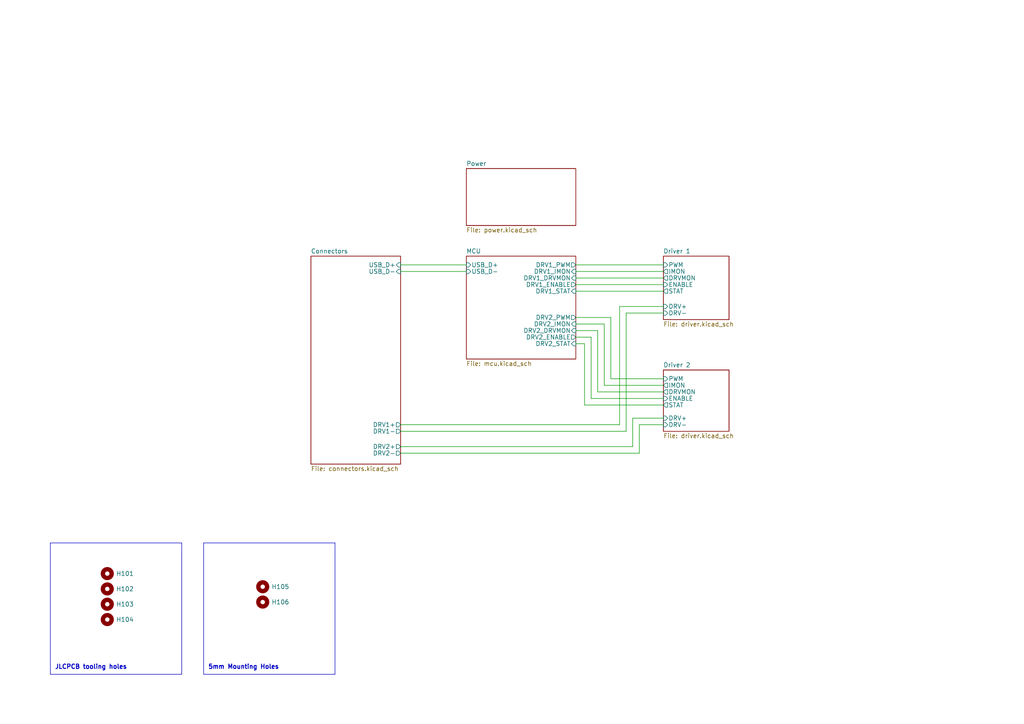
<source format=kicad_sch>
(kicad_sch (version 20230121) (generator eeschema)
  (paper "A4")
  (lib_symbols
    (symbol "Mechanical:MountingHole" (pin_names (offset 1.016))
      (property "Reference" "H" (at 0 5.08 0))
      (property "Value" "MountingHole" (at 0 3.175 0))
      (symbol "MountingHole_0_1"
        (circle (center 0 0) (radius 1.27) (stroke (width 1.27)))
      )
    )
  )
  (wire (pts (xy 181.61 90.805) (xy 192.405 90.805)))
  (wire (pts (xy 171.45 97.79) (xy 171.45 115.57)))
  (wire (pts (xy 181.61 125.095) (xy 181.61 90.805)))
  (wire (pts (xy 167.005 93.98) (xy 175.26 93.98)))
  (wire (pts (xy 167.005 82.55) (xy 192.405 82.55)))
  (wire (pts (xy 116.205 123.19) (xy 179.705 123.19)))
  (polyline (pts (xy 52.712 195.5715) (xy 52.712 157.4715)))
  (wire (pts (xy 116.205 78.74) (xy 135.255 78.74)))
  (wire (pts (xy 175.26 93.98) (xy 175.26 111.76)))
  (wire (pts (xy 167.005 80.645) (xy 192.405 80.645)))
  (wire (pts (xy 177.165 109.855) (xy 177.165 92.075)))
  (wire (pts (xy 116.205 76.835) (xy 135.255 76.835)))
  (wire (pts (xy 183.515 129.54) (xy 183.515 121.285)))
  (polyline (pts (xy 14.612 157.4715) (xy 14.612 195.5715)))
  (wire (pts (xy 173.355 95.885) (xy 173.355 113.665)))
  (wire (pts (xy 116.205 129.54) (xy 183.515 129.54)))
  (wire (pts (xy 179.705 123.19) (xy 179.705 88.9)))
  (wire (pts (xy 192.405 117.475) (xy 169.545 117.475)))
  (wire (pts (xy 175.26 111.76) (xy 192.405 111.76)))
  (wire (pts (xy 173.355 113.665) (xy 192.405 113.665)))
  (polyline (pts (xy 59.062 157.4715) (xy 97.162 157.4715)))
  (wire (pts (xy 167.005 76.835) (xy 192.405 76.835)))
  (wire (pts (xy 167.005 84.455) (xy 192.405 84.455)))
  (wire (pts (xy 169.545 99.695) (xy 167.005 99.695)))
  (wire (pts (xy 167.005 95.885) (xy 173.355 95.885)))
  (polyline (pts (xy 59.062 157.4715) (xy 59.062 195.5715)))
  (polyline (pts (xy 97.162 195.5715) (xy 97.162 157.4715)))
  (polyline (pts (xy 14.612 157.4715) (xy 52.712 157.4715)))
  (wire (pts (xy 177.165 109.855) (xy 192.405 109.855)))
  (wire (pts (xy 171.45 115.57) (xy 192.405 115.57)))
  (wire (pts (xy 167.005 78.74) (xy 192.405 78.74)))
  (wire (pts (xy 167.005 97.79) (xy 171.45 97.79)))
  (wire (pts (xy 169.545 117.475) (xy 169.545 99.695)))
  (wire (pts (xy 185.42 123.19) (xy 185.42 131.445)))
  (polyline (pts (xy 14.612 195.5715) (xy 52.712 195.5715)))
  (wire (pts (xy 185.42 131.445) (xy 116.205 131.445)))
  (wire (pts (xy 192.405 123.19) (xy 185.42 123.19)))
  (wire (pts (xy 183.515 121.285) (xy 192.405 121.285)))
  (wire (pts (xy 167.005 92.075) (xy 177.165 92.075)))
  (polyline (pts (xy 59.062 195.5715) (xy 97.162 195.5715)))
  (wire (pts (xy 179.705 88.9) (xy 192.405 88.9)))
  (wire (pts (xy 116.205 125.095) (xy 181.61 125.095)))
  (text "JLCPCB tooling holes" (at 15.882 194.3015 0) (effects (font (size 1.27 1.27) (thickness 0.254) bold) (justify left bottom)))
  (text "5mm Mounting Holes" (at 60.332 194.3015 0) (effects (font (size 1.27 1.27) (thickness 0.254) bold) (justify left bottom)))
  (symbol (lib_id "Mechanical:MountingHole") (at 76.2 170.18 0) (unit 1) (in_bom no)
    (property "Reference" "H105" (at 78.74 170.1799 0) (effects (justify left)))
    (property "Value" "MountingHole" (effects hide))
    (property "Footprint" "project:MountingHole_5mm_Keepout" (effects hide))
  )
  (symbol (lib_id "Mechanical:MountingHole") (at 31.115 166.37 0) (unit 1) (in_bom no)
    (property "Reference" "H101" (at 33.655 166.3699 0) (effects (justify left)))
    (property "Value" "ToolingHole" (effects hide))
    (property "Footprint" "project:JLCPCB tooling hole" (effects hide))
  )
  (symbol (lib_id "Mechanical:MountingHole") (at 31.115 170.815 0) (unit 1) (in_bom no)
    (property "Reference" "H102" (at 33.655 170.8149 0) (effects (justify left)))
    (property "Value" "ToolingHole" (effects hide))
    (property "Footprint" "project:JLCPCB tooling hole" (effects hide))
  )
  (symbol (lib_id "Mechanical:MountingHole") (at 31.122 175.2515 0) (unit 1) (in_bom no)
    (property "Reference" "H103" (at 33.662 175.2514 0) (effects (justify left)))
    (property "Value" "ToolingHole" (effects hide))
    (property "Footprint" "project:JLCPCB tooling hole" (effects hide))
  )
  (symbol (lib_id "Mechanical:MountingHole") (at 76.2 174.625 0) (unit 1) (in_bom no)
    (property "Reference" "H106" (at 78.74 174.6249 0) (effects (justify left)))
    (property "Value" "MountingHole" (effects hide))
    (property "Footprint" "project:MountingHole_5mm_Keepout" (effects hide))
  )
  (symbol (lib_id "Mechanical:MountingHole") (at 31.122 179.6965 0) (unit 1) (in_bom no)
    (property "Reference" "H104" (at 33.662 179.6964 0) (effects (justify left)))
    (property "Value" "ToolingHole" (effects hide))
    (property "Footprint" "project:JLCPCB tooling hole" (effects hide))
  )
  (sheet (at 135.255 48.895) (size 31.75 16.51) (stroke (width 0.1524))
    (property "Sheetname" "Power" (at 135.255 48.1834 0) (effects (justify left bottom)))
    (property "Sheetfile" "power.kicad_sch" (at 135.255 65.9896 0) (effects (justify left top)))
  )
  (sheet (at 135.255 74.295) (size 31.75 29.845) (stroke (width 0.1524))
    (property "Sheetname" "MCU" (at 135.255 73.5834 0) (effects (justify left bottom)))
    (property "Sheetfile" "mcu.kicad_sch" (at 135.255 104.7246 0) (effects (justify left top)))
    (pin "USB_D+" input (at 135.255 76.835 180))
    (pin "USB_D-" input (at 135.255 78.74 180))
    (pin "DRV2_PWM" output (at 167.005 92.075 0))
    (pin "DRV1_PWM" output (at 167.005 76.835 0))
    (pin "DRV1_IMON" input (at 167.005 78.74 0))
    (pin "DRV2_IMON" input (at 167.005 93.98 0))
    (pin "DRV1_ENABLE" output (at 167.005 82.55 0))
    (pin "DRV2_ENABLE" output (at 167.005 97.79 0))
    (pin "DRV1_STAT" input (at 167.005 84.455 0))
    (pin "DRV2_STAT" input (at 167.005 99.695 0))
    (pin "DRV1_DRVMON" input (at 167.005 80.645 0))
    (pin "DRV2_DRVMON" input (at 167.005 95.885 0))
  )
  (sheet (at 192.405 107.315) (size 19.05 17.78) (stroke (width 0.1524))
    (property "Sheetname" "Driver 2" (at 192.405 106.6034 0) (effects (justify left bottom)))
    (property "Sheetfile" "driver.kicad_sch" (at 192.405 125.6796 0) (effects (justify left top)))
    (pin "PWM" input (at 192.405 109.855 180))
    (pin "DRV-" input (at 192.405 123.19 180))
    (pin "IMON" output (at 192.405 111.76 180))
    (pin "DRV+" input (at 192.405 121.285 180))
    (pin "ENABLE" input (at 192.405 115.57 180))
    (pin "STAT" output (at 192.405 117.475 180))
    (pin "DRVMON" output (at 192.405 113.665 180))
  )
  (sheet (at 192.405 74.295) (size 19.05 18.415) (stroke (width 0.1524))
    (property "Sheetname" "Driver 1" (at 192.405 73.5834 0) (effects (justify left bottom)))
    (property "Sheetfile" "driver.kicad_sch" (at 192.405 93.2946 0) (effects (justify left top)))
    (pin "PWM" input (at 192.405 76.835 180))
    (pin "DRV-" input (at 192.405 90.805 180))
    (pin "IMON" output (at 192.405 78.74 180))
    (pin "DRV+" input (at 192.405 88.9 180))
    (pin "ENABLE" input (at 192.405 82.55 180))
    (pin "STAT" output (at 192.405 84.455 180))
    (pin "DRVMON" output (at 192.405 80.645 180))
  )
  (sheet (at 90.17 74.295) (size 26.035 60.325) (stroke (width 0.1524))
    (property "Sheetname" "Connectors" (at 90.17 73.5834 0) (effects (justify left bottom)))
    (property "Sheetfile" "connectors.kicad_sch" (at 90.17 135.2046 0) (effects (justify left top)))
    (pin "USB_D-" input (at 116.205 78.74 0))
    (pin "USB_D+" input (at 116.205 76.835 0))
    (pin "DRV1-" output (at 116.205 125.095 0))
    (pin "DRV2-" output (at 116.205 131.445 0))
    (pin "DRV1+" output (at 116.205 123.19 0))
    (pin "DRV2+" output (at 116.205 129.54 0))
  )
)
</source>
